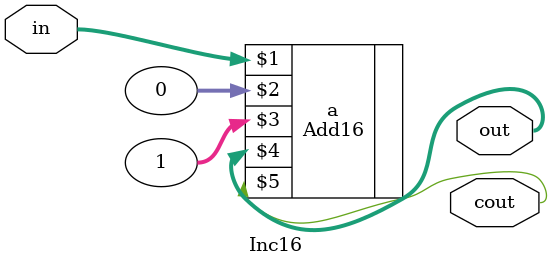
<source format=v>
module Inc16(in,out,cout);
	input [15:0] in;
	output [15:0] out;
	output cout;
	
	Add16 a(in,0,1,out,cout);
endmodule 

</source>
